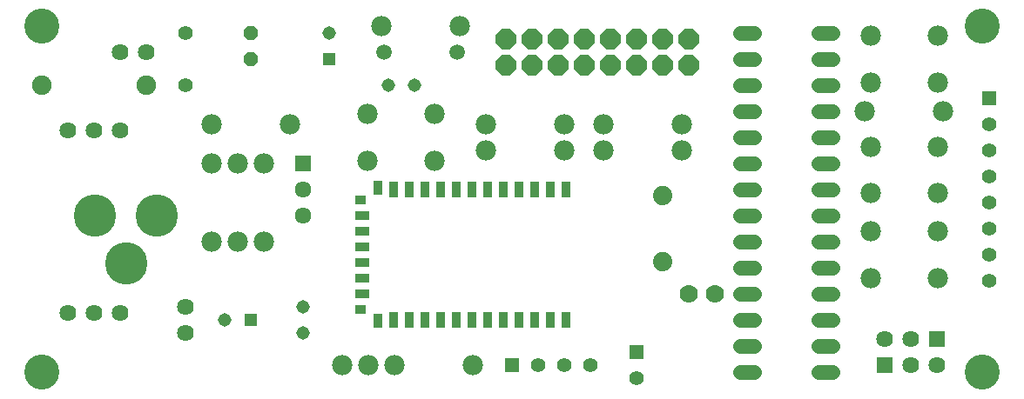
<source format=gts>
G75*
G70*
%OFA0B0*%
%FSLAX24Y24*%
%IPPOS*%
%LPD*%
%AMOC8*
5,1,8,0,0,1.08239X$1,22.5*
%
%ADD10R,0.0640X0.0640*%
%ADD11C,0.0640*%
%ADD12C,0.0560*%
%ADD13C,0.0780*%
%ADD14C,0.0516*%
%ADD15R,0.0516X0.0516*%
%ADD16OC8,0.0560*%
%ADD17R,0.0634X0.0634*%
%ADD18C,0.0634*%
%ADD19C,0.0555*%
%ADD20C,0.1620*%
%ADD21C,0.0749*%
%ADD22R,0.0360X0.0640*%
%ADD23R,0.0360X0.0540*%
%ADD24R,0.0440X0.0360*%
%ADD25R,0.0540X0.0360*%
%ADD26OC8,0.0780*%
%ADD27C,0.0700*%
%ADD28R,0.0555X0.0555*%
%ADD29C,0.0594*%
%ADD30C,0.1340*%
%ADD31C,0.0740*%
D10*
X034333Y001842D03*
X036333Y002842D03*
D11*
X035333Y002842D03*
X034333Y002842D03*
X035333Y001842D03*
X036333Y001842D03*
X007583Y003092D03*
X007583Y004092D03*
X005083Y003842D03*
X004083Y003842D03*
X003083Y003842D03*
X003083Y010842D03*
X004083Y010842D03*
X005083Y010842D03*
X005083Y013842D03*
X006083Y013842D03*
D12*
X028823Y013592D02*
X029343Y013592D01*
X029343Y014592D02*
X028823Y014592D01*
X031823Y014592D02*
X032343Y014592D01*
X032343Y013592D02*
X031823Y013592D01*
X031823Y012592D02*
X032343Y012592D01*
X032343Y011592D02*
X031823Y011592D01*
X031823Y010592D02*
X032343Y010592D01*
X032343Y009592D02*
X031823Y009592D01*
X031823Y008592D02*
X032343Y008592D01*
X032343Y007592D02*
X031823Y007592D01*
X031823Y006592D02*
X032343Y006592D01*
X032343Y005592D02*
X031823Y005592D01*
X031823Y004592D02*
X032343Y004592D01*
X032343Y003592D02*
X031823Y003592D01*
X031823Y002592D02*
X032343Y002592D01*
X032343Y001592D02*
X031823Y001592D01*
X029343Y001592D02*
X028823Y001592D01*
X028823Y002592D02*
X029343Y002592D01*
X029343Y003592D02*
X028823Y003592D01*
X028823Y004592D02*
X029343Y004592D01*
X029343Y005592D02*
X028823Y005592D01*
X028823Y006592D02*
X029343Y006592D01*
X029343Y007592D02*
X028823Y007592D01*
X028823Y008592D02*
X029343Y008592D01*
X029343Y009592D02*
X028823Y009592D01*
X028823Y010592D02*
X029343Y010592D01*
X029343Y011592D02*
X028823Y011592D01*
X028823Y012592D02*
X029343Y012592D01*
D13*
X026583Y011092D03*
X026583Y010092D03*
X023583Y010092D03*
X022083Y010092D03*
X022083Y011092D03*
X023583Y011092D03*
X019083Y011092D03*
X019083Y010092D03*
X017113Y009702D03*
X014553Y009702D03*
X011583Y011092D03*
X014553Y011482D03*
X017113Y011482D03*
X010583Y009592D03*
X009583Y009592D03*
X008583Y009592D03*
X008583Y011092D03*
X015083Y014842D03*
X018083Y014842D03*
X033583Y011592D03*
X033803Y012702D03*
X036363Y012702D03*
X036583Y011592D03*
X036363Y010232D03*
X033803Y010232D03*
X033803Y008452D03*
X036363Y008452D03*
X036363Y006982D03*
X033803Y006982D03*
X033803Y005202D03*
X036363Y005202D03*
X018583Y001842D03*
X015583Y001842D03*
X014583Y001842D03*
X013583Y001842D03*
X010583Y006592D03*
X009583Y006592D03*
X008583Y006592D03*
X033803Y014482D03*
X036363Y014482D03*
D14*
X016333Y012592D03*
X015333Y012592D03*
X013083Y014592D03*
X012083Y004092D03*
X012083Y003092D03*
X009083Y003592D03*
D15*
X010083Y003592D03*
X013083Y013592D03*
D16*
X010083Y013592D03*
X010083Y014592D03*
D17*
X012083Y009592D03*
D18*
X012083Y008592D03*
X012083Y007592D03*
D19*
X007583Y012592D03*
X007583Y014592D03*
X021083Y001842D03*
X022083Y001842D03*
X023083Y001842D03*
X024833Y001342D03*
X038333Y005092D03*
X038333Y006092D03*
X038333Y007092D03*
X038333Y008092D03*
X038333Y009092D03*
X038333Y010092D03*
X038333Y011092D03*
D20*
X006477Y007592D03*
X004115Y007592D03*
X005296Y005742D03*
D21*
X006083Y012592D03*
X002083Y012592D03*
D22*
X015533Y008592D03*
X016133Y008592D03*
X016733Y008592D03*
X017333Y008592D03*
X017933Y008592D03*
X018533Y008592D03*
X019133Y008592D03*
X019733Y008592D03*
X020333Y008592D03*
X020933Y008592D03*
X021533Y008592D03*
X022133Y008592D03*
X022133Y003592D03*
X021533Y003592D03*
X020933Y003592D03*
X020333Y003592D03*
X019733Y003592D03*
X019133Y003592D03*
X018533Y003592D03*
X017933Y003592D03*
X017333Y003592D03*
X016733Y003592D03*
X016133Y003592D03*
X015533Y003592D03*
D23*
X014933Y003542D03*
X014933Y008642D03*
D24*
X014283Y008192D03*
X014283Y003992D03*
D25*
X014333Y004592D03*
X014333Y005192D03*
X014333Y005792D03*
X014333Y006392D03*
X014333Y006992D03*
X014333Y007592D03*
D26*
X019833Y013342D03*
X020833Y013342D03*
X021833Y013342D03*
X022833Y013342D03*
X023833Y013342D03*
X024833Y013342D03*
X025833Y013342D03*
X026833Y013342D03*
X026833Y014342D03*
X025833Y014342D03*
X024833Y014342D03*
X023833Y014342D03*
X022833Y014342D03*
X021833Y014342D03*
X020833Y014342D03*
X019833Y014342D03*
D27*
X026833Y004592D03*
X027833Y004592D03*
D28*
X024833Y002342D03*
X020083Y001842D03*
X038333Y012092D03*
D29*
X017983Y013842D03*
X015183Y013842D03*
D30*
X002083Y001592D03*
X002083Y014842D03*
X038083Y014842D03*
X038083Y001592D03*
D31*
X025833Y005813D03*
X025833Y008372D03*
M02*

</source>
